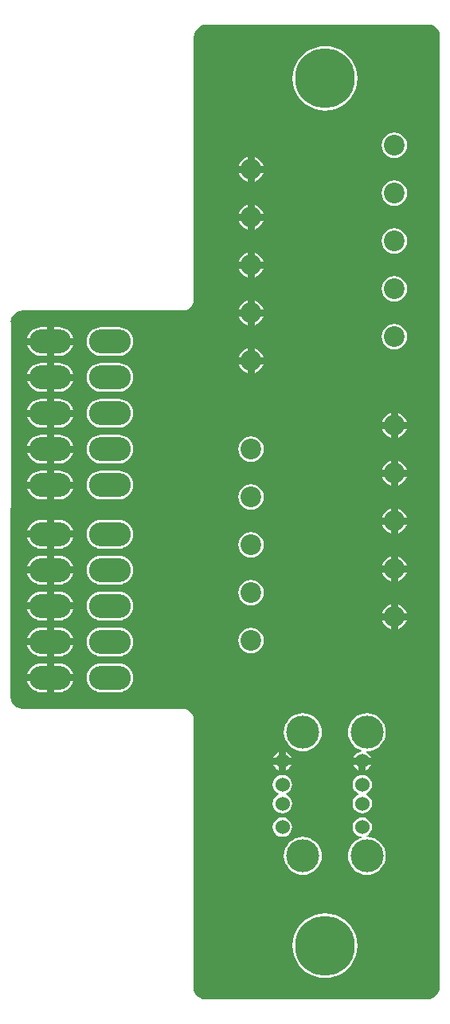
<source format=gbl>
%FSLAX24Y24*%
%MOIN*%
G70*
G01*
G75*
G04 Layer_Physical_Order=2*
G04 Layer_Color=16711680*
%ADD10C,0.0100*%
%ADD11C,0.0600*%
%ADD12C,0.1378*%
%ADD13C,0.2500*%
%ADD14O,0.1750X0.1000*%
%ADD15C,0.0866*%
G36*
X15850Y13250D02*
Y13250D01*
X15854Y13253D01*
X15967Y13238D01*
X16077Y13193D01*
X16171Y13121D01*
X16243Y13027D01*
X16288Y12917D01*
X16304Y12800D01*
X16300Y-26950D01*
X16300D01*
X16304Y-26955D01*
X16286Y-27094D01*
X16230Y-27227D01*
X16142Y-27342D01*
X16027Y-27430D01*
X15894Y-27486D01*
X15750Y-27505D01*
X6500Y-27500D01*
Y-27500D01*
X6496Y-27504D01*
X6369Y-27487D01*
X6248Y-27437D01*
X6143Y-27357D01*
X6063Y-27252D01*
X6013Y-27131D01*
X5996Y-27000D01*
X6000Y-15800D01*
X6004D01*
X5988Y-15683D01*
X5943Y-15573D01*
X5871Y-15479D01*
X5777Y-15407D01*
X5667Y-15362D01*
X5550Y-15346D01*
X-1150Y-15350D01*
X-1150Y-15350D01*
Y-15350D01*
X-1154Y-15354D01*
X-1281Y-15337D01*
X-1402Y-15287D01*
X-1507Y-15207D01*
X-1587Y-15102D01*
X-1637Y-14981D01*
X-1654Y-14850D01*
X-1650Y800D01*
X-1650D01*
X-1654Y804D01*
X-1637Y931D01*
X-1587Y1052D01*
X-1507Y1157D01*
X-1402Y1237D01*
X-1281Y1287D01*
X-1150Y1304D01*
X-750Y1300D01*
X5550D01*
Y1296D01*
X5667Y1312D01*
X5777Y1357D01*
X5871Y1429D01*
X5943Y1523D01*
X5988Y1633D01*
X6004Y1750D01*
X6000Y12700D01*
X6000Y12700D01*
X6000D01*
X5996Y12705D01*
X6014Y12844D01*
X6070Y12977D01*
X6158Y13092D01*
X6273Y13180D01*
X6406Y13236D01*
X6550Y13255D01*
X15850Y13250D01*
D02*
G37*
%LPC*%
G36*
X2875Y-8947D02*
X2125D01*
X2007Y-8959D01*
X1894Y-8993D01*
X1790Y-9049D01*
X1699Y-9124D01*
X1624Y-9215D01*
X1568Y-9319D01*
X1534Y-9432D01*
X1522Y-9550D01*
X1534Y-9668D01*
X1568Y-9781D01*
X1624Y-9885D01*
X1699Y-9976D01*
X1790Y-10051D01*
X1894Y-10107D01*
X2007Y-10141D01*
X2125Y-10153D01*
X2875D01*
X2993Y-10141D01*
X3106Y-10107D01*
X3210Y-10051D01*
X3301Y-9976D01*
X3376Y-9885D01*
X3432Y-9781D01*
X3466Y-9668D01*
X3478Y-9550D01*
X3466Y-9432D01*
X3432Y-9319D01*
X3376Y-9215D01*
X3301Y-9124D01*
X3210Y-9049D01*
X3106Y-8993D01*
X2993Y-8959D01*
X2875Y-8947D01*
D02*
G37*
G36*
X957Y-9700D02*
X150D01*
Y-10153D01*
X375D01*
X493Y-10141D01*
X606Y-10107D01*
X710Y-10051D01*
X801Y-9976D01*
X876Y-9885D01*
X932Y-9781D01*
X957Y-9700D01*
D02*
G37*
G36*
X14250Y-9650D02*
X13885D01*
X13934Y-9769D01*
X14020Y-9880D01*
X14131Y-9966D01*
X14250Y-10015D01*
Y-9650D01*
D02*
G37*
G36*
X375Y-8947D02*
X150D01*
Y-9400D01*
X957D01*
X932Y-9319D01*
X876Y-9215D01*
X801Y-9124D01*
X710Y-9049D01*
X606Y-8993D01*
X493Y-8959D01*
X375Y-8947D01*
D02*
G37*
G36*
X-150D02*
X-375D01*
X-493Y-8959D01*
X-606Y-8993D01*
X-710Y-9049D01*
X-801Y-9124D01*
X-876Y-9215D01*
X-932Y-9319D01*
X-957Y-9400D01*
X-150D01*
Y-8947D01*
D02*
G37*
G36*
X14915Y-9650D02*
X14550D01*
Y-10015D01*
X14669Y-9966D01*
X14780Y-9880D01*
X14866Y-9769D01*
X14915Y-9650D01*
D02*
G37*
G36*
X14550Y-10985D02*
Y-11350D01*
X14915D01*
X14866Y-11231D01*
X14780Y-11120D01*
X14669Y-11034D01*
X14550Y-10985D01*
D02*
G37*
G36*
X14250D02*
X14131Y-11034D01*
X14020Y-11120D01*
X13934Y-11231D01*
X13885Y-11350D01*
X14250D01*
Y-10985D01*
D02*
G37*
G36*
X2875Y-10447D02*
X2125D01*
X2007Y-10459D01*
X1894Y-10493D01*
X1790Y-10549D01*
X1699Y-10624D01*
X1624Y-10715D01*
X1568Y-10819D01*
X1534Y-10932D01*
X1522Y-11050D01*
X1534Y-11168D01*
X1568Y-11281D01*
X1624Y-11385D01*
X1699Y-11476D01*
X1790Y-11551D01*
X1894Y-11607D01*
X2007Y-11641D01*
X2125Y-11653D01*
X2875D01*
X2993Y-11641D01*
X3106Y-11607D01*
X3210Y-11551D01*
X3301Y-11476D01*
X3376Y-11385D01*
X3432Y-11281D01*
X3466Y-11168D01*
X3478Y-11050D01*
X3466Y-10932D01*
X3432Y-10819D01*
X3376Y-10715D01*
X3301Y-10624D01*
X3210Y-10549D01*
X3106Y-10493D01*
X2993Y-10459D01*
X2875Y-10447D01*
D02*
G37*
G36*
X8400Y-9962D02*
X8261Y-9981D01*
X8131Y-10034D01*
X8020Y-10120D01*
X7934Y-10231D01*
X7881Y-10361D01*
X7862Y-10500D01*
X7881Y-10639D01*
X7934Y-10769D01*
X8020Y-10880D01*
X8131Y-10966D01*
X8261Y-11019D01*
X8400Y-11038D01*
X8539Y-11019D01*
X8669Y-10966D01*
X8780Y-10880D01*
X8866Y-10769D01*
X8919Y-10639D01*
X8938Y-10500D01*
X8919Y-10361D01*
X8866Y-10231D01*
X8780Y-10120D01*
X8669Y-10034D01*
X8539Y-9981D01*
X8400Y-9962D01*
D02*
G37*
G36*
X-150Y-9700D02*
X-957D01*
X-932Y-9781D01*
X-876Y-9885D01*
X-801Y-9976D01*
X-710Y-10051D01*
X-606Y-10107D01*
X-493Y-10141D01*
X-375Y-10153D01*
X-150D01*
Y-9700D01*
D02*
G37*
G36*
X375Y-10447D02*
X150D01*
Y-10900D01*
X957D01*
X932Y-10819D01*
X876Y-10715D01*
X801Y-10624D01*
X710Y-10549D01*
X606Y-10493D01*
X493Y-10459D01*
X375Y-10447D01*
D02*
G37*
G36*
X-150D02*
X-375D01*
X-493Y-10459D01*
X-606Y-10493D01*
X-710Y-10549D01*
X-801Y-10624D01*
X-876Y-10715D01*
X-932Y-10819D01*
X-957Y-10900D01*
X-150D01*
Y-10447D01*
D02*
G37*
G36*
X14250Y-8985D02*
X14131Y-9034D01*
X14020Y-9120D01*
X13934Y-9231D01*
X13885Y-9350D01*
X14250D01*
Y-8985D01*
D02*
G37*
G36*
Y-6985D02*
X14131Y-7034D01*
X14020Y-7120D01*
X13934Y-7231D01*
X13885Y-7350D01*
X14250D01*
Y-6985D01*
D02*
G37*
G36*
X375Y-7447D02*
X150D01*
Y-7900D01*
X957D01*
X932Y-7819D01*
X876Y-7715D01*
X801Y-7624D01*
X710Y-7549D01*
X606Y-7493D01*
X493Y-7459D01*
X375Y-7447D01*
D02*
G37*
G36*
X-150D02*
X-375D01*
X-493Y-7459D01*
X-606Y-7493D01*
X-710Y-7549D01*
X-801Y-7624D01*
X-876Y-7715D01*
X-932Y-7819D01*
X-957Y-7900D01*
X-150D01*
Y-7447D01*
D02*
G37*
G36*
X14550Y-6985D02*
Y-7350D01*
X14915D01*
X14866Y-7231D01*
X14780Y-7120D01*
X14669Y-7034D01*
X14550Y-6985D01*
D02*
G37*
G36*
X957Y-6150D02*
X150D01*
Y-6603D01*
X375D01*
X493Y-6591D01*
X606Y-6557D01*
X710Y-6501D01*
X801Y-6426D01*
X876Y-6335D01*
X932Y-6231D01*
X957Y-6150D01*
D02*
G37*
G36*
X-150D02*
X-957D01*
X-932Y-6231D01*
X-876Y-6335D01*
X-801Y-6426D01*
X-710Y-6501D01*
X-606Y-6557D01*
X-493Y-6591D01*
X-375Y-6603D01*
X-150D01*
Y-6150D01*
D02*
G37*
G36*
X8400Y-5962D02*
X8261Y-5981D01*
X8131Y-6034D01*
X8020Y-6120D01*
X7934Y-6231D01*
X7881Y-6361D01*
X7862Y-6500D01*
X7881Y-6639D01*
X7934Y-6769D01*
X8020Y-6880D01*
X8131Y-6966D01*
X8261Y-7019D01*
X8400Y-7038D01*
X8539Y-7019D01*
X8669Y-6966D01*
X8780Y-6880D01*
X8866Y-6769D01*
X8919Y-6639D01*
X8938Y-6500D01*
X8919Y-6361D01*
X8866Y-6231D01*
X8780Y-6120D01*
X8669Y-6034D01*
X8539Y-5981D01*
X8400Y-5962D01*
D02*
G37*
G36*
X-150Y-8200D02*
X-957D01*
X-932Y-8281D01*
X-876Y-8385D01*
X-801Y-8476D01*
X-710Y-8551D01*
X-606Y-8607D01*
X-493Y-8641D01*
X-375Y-8653D01*
X-150D01*
Y-8200D01*
D02*
G37*
G36*
X8400Y-7962D02*
X8261Y-7981D01*
X8131Y-8034D01*
X8020Y-8120D01*
X7934Y-8231D01*
X7881Y-8361D01*
X7862Y-8500D01*
X7881Y-8639D01*
X7934Y-8769D01*
X8020Y-8880D01*
X8131Y-8966D01*
X8261Y-9019D01*
X8400Y-9038D01*
X8539Y-9019D01*
X8669Y-8966D01*
X8780Y-8880D01*
X8866Y-8769D01*
X8919Y-8639D01*
X8938Y-8500D01*
X8919Y-8361D01*
X8866Y-8231D01*
X8780Y-8120D01*
X8669Y-8034D01*
X8539Y-7981D01*
X8400Y-7962D01*
D02*
G37*
G36*
X14550Y-8985D02*
Y-9350D01*
X14915D01*
X14866Y-9231D01*
X14780Y-9120D01*
X14669Y-9034D01*
X14550Y-8985D01*
D02*
G37*
G36*
X957Y-8200D02*
X150D01*
Y-8653D01*
X375D01*
X493Y-8641D01*
X606Y-8607D01*
X710Y-8551D01*
X801Y-8476D01*
X876Y-8385D01*
X932Y-8281D01*
X957Y-8200D01*
D02*
G37*
G36*
X14915Y-7650D02*
X14550D01*
Y-8015D01*
X14669Y-7966D01*
X14780Y-7880D01*
X14866Y-7769D01*
X14915Y-7650D01*
D02*
G37*
G36*
X14250D02*
X13885D01*
X13934Y-7769D01*
X14020Y-7880D01*
X14131Y-7966D01*
X14250Y-8015D01*
Y-7650D01*
D02*
G37*
G36*
X2875Y-7447D02*
X2125D01*
X2007Y-7459D01*
X1894Y-7493D01*
X1790Y-7549D01*
X1699Y-7624D01*
X1624Y-7715D01*
X1568Y-7819D01*
X1534Y-7932D01*
X1522Y-8050D01*
X1534Y-8168D01*
X1568Y-8281D01*
X1624Y-8385D01*
X1699Y-8476D01*
X1790Y-8551D01*
X1894Y-8607D01*
X2007Y-8641D01*
X2125Y-8653D01*
X2875D01*
X2993Y-8641D01*
X3106Y-8607D01*
X3210Y-8551D01*
X3301Y-8476D01*
X3376Y-8385D01*
X3432Y-8281D01*
X3466Y-8168D01*
X3478Y-8050D01*
X3466Y-7932D01*
X3432Y-7819D01*
X3376Y-7715D01*
X3301Y-7624D01*
X3210Y-7549D01*
X3106Y-7493D01*
X2993Y-7459D01*
X2875Y-7447D01*
D02*
G37*
G36*
X957Y-11200D02*
X150D01*
Y-11653D01*
X375D01*
X493Y-11641D01*
X606Y-11607D01*
X710Y-11551D01*
X801Y-11476D01*
X876Y-11385D01*
X932Y-11281D01*
X957Y-11200D01*
D02*
G37*
G36*
X13432Y-17687D02*
X13211D01*
Y-17908D01*
X13263Y-17887D01*
X13346Y-17823D01*
X13410Y-17739D01*
X13432Y-17687D01*
D02*
G37*
G36*
X12911D02*
X12690D01*
X12712Y-17739D01*
X12776Y-17823D01*
X12859Y-17887D01*
X12911Y-17908D01*
Y-17687D01*
D02*
G37*
G36*
X10085D02*
X9865D01*
Y-17908D01*
X9916Y-17887D01*
X10000Y-17823D01*
X10064Y-17739D01*
X10085Y-17687D01*
D02*
G37*
G36*
X9565Y-17167D02*
X9513Y-17188D01*
X9429Y-17252D01*
X9365Y-17336D01*
X9344Y-17387D01*
X9565D01*
Y-17167D01*
D02*
G37*
G36*
X13250Y-15538D02*
X13095Y-15553D01*
X12947Y-15598D01*
X12810Y-15672D01*
X12689Y-15770D01*
X12591Y-15890D01*
X12518Y-16027D01*
X12472Y-16176D01*
X12457Y-16331D01*
X12472Y-16485D01*
X12518Y-16634D01*
X12591Y-16771D01*
X12689Y-16891D01*
X12810Y-16990D01*
X12947Y-17063D01*
X13031Y-17089D01*
X13027Y-17138D01*
X12957Y-17148D01*
X12859Y-17188D01*
X12776Y-17252D01*
X12712Y-17336D01*
X12690Y-17387D01*
X13432D01*
X13410Y-17336D01*
X13346Y-17252D01*
X13263Y-17188D01*
X13220Y-17170D01*
X13232Y-17122D01*
X13250Y-17124D01*
X13405Y-17108D01*
X13553Y-17063D01*
X13690Y-16990D01*
X13811Y-16891D01*
X13909Y-16771D01*
X13982Y-16634D01*
X14028Y-16485D01*
X14043Y-16331D01*
X14028Y-16176D01*
X13982Y-16027D01*
X13909Y-15890D01*
X13811Y-15770D01*
X13690Y-15672D01*
X13553Y-15598D01*
X13405Y-15553D01*
X13250Y-15538D01*
D02*
G37*
G36*
X10573D02*
X10418Y-15553D01*
X10269Y-15598D01*
X10132Y-15672D01*
X10012Y-15770D01*
X9914Y-15890D01*
X9840Y-16027D01*
X9795Y-16176D01*
X9780Y-16331D01*
X9795Y-16485D01*
X9840Y-16634D01*
X9914Y-16771D01*
X10012Y-16891D01*
X10132Y-16990D01*
X10269Y-17063D01*
X10418Y-17108D01*
X10573Y-17124D01*
X10727Y-17108D01*
X10876Y-17063D01*
X11013Y-16990D01*
X11133Y-16891D01*
X11232Y-16771D01*
X11305Y-16634D01*
X11350Y-16485D01*
X11366Y-16331D01*
X11350Y-16176D01*
X11305Y-16027D01*
X11232Y-15890D01*
X11133Y-15770D01*
X11013Y-15672D01*
X10876Y-15598D01*
X10727Y-15553D01*
X10573Y-15538D01*
D02*
G37*
G36*
X9865Y-17167D02*
Y-17387D01*
X10085D01*
X10064Y-17336D01*
X10000Y-17252D01*
X9916Y-17188D01*
X9865Y-17167D01*
D02*
G37*
G36*
X13061Y-19890D02*
X12957Y-19904D01*
X12859Y-19944D01*
X12776Y-20008D01*
X12712Y-20092D01*
X12671Y-20189D01*
X12658Y-20293D01*
X12671Y-20398D01*
X12712Y-20495D01*
X12776Y-20579D01*
X12859Y-20643D01*
X12957Y-20683D01*
X13027Y-20692D01*
X13031Y-20742D01*
X12947Y-20768D01*
X12810Y-20841D01*
X12689Y-20939D01*
X12591Y-21060D01*
X12518Y-21197D01*
X12472Y-21345D01*
X12457Y-21500D01*
X12472Y-21655D01*
X12518Y-21803D01*
X12591Y-21940D01*
X12689Y-22061D01*
X12810Y-22159D01*
X12947Y-22232D01*
X13095Y-22278D01*
X13250Y-22293D01*
X13405Y-22278D01*
X13553Y-22232D01*
X13690Y-22159D01*
X13811Y-22061D01*
X13909Y-21940D01*
X13982Y-21803D01*
X14028Y-21655D01*
X14043Y-21500D01*
X14028Y-21345D01*
X13982Y-21197D01*
X13909Y-21060D01*
X13811Y-20939D01*
X13690Y-20841D01*
X13553Y-20768D01*
X13405Y-20722D01*
X13250Y-20707D01*
X13232Y-20709D01*
X13220Y-20660D01*
X13263Y-20643D01*
X13346Y-20579D01*
X13410Y-20495D01*
X13451Y-20398D01*
X13464Y-20293D01*
X13451Y-20189D01*
X13410Y-20092D01*
X13346Y-20008D01*
X13263Y-19944D01*
X13165Y-19904D01*
X13061Y-19890D01*
D02*
G37*
G36*
X10573Y-20707D02*
X10418Y-20722D01*
X10269Y-20768D01*
X10132Y-20841D01*
X10012Y-20939D01*
X9914Y-21060D01*
X9840Y-21197D01*
X9795Y-21345D01*
X9780Y-21500D01*
X9795Y-21655D01*
X9840Y-21803D01*
X9914Y-21940D01*
X10012Y-22061D01*
X10132Y-22159D01*
X10269Y-22232D01*
X10418Y-22278D01*
X10573Y-22293D01*
X10727Y-22278D01*
X10876Y-22232D01*
X11013Y-22159D01*
X11133Y-22061D01*
X11232Y-21940D01*
X11305Y-21803D01*
X11350Y-21655D01*
X11366Y-21500D01*
X11350Y-21345D01*
X11305Y-21197D01*
X11232Y-21060D01*
X11133Y-20939D01*
X11013Y-20841D01*
X10876Y-20768D01*
X10727Y-20722D01*
X10573Y-20707D01*
D02*
G37*
G36*
X11500Y-23896D02*
X11288Y-23912D01*
X11082Y-23962D01*
X10885Y-24043D01*
X10704Y-24154D01*
X10542Y-24292D01*
X10404Y-24454D01*
X10293Y-24635D01*
X10212Y-24832D01*
X10163Y-25038D01*
X10146Y-25250D01*
X10163Y-25462D01*
X10212Y-25668D01*
X10293Y-25865D01*
X10404Y-26046D01*
X10542Y-26208D01*
X10704Y-26346D01*
X10885Y-26457D01*
X11082Y-26538D01*
X11288Y-26588D01*
X11500Y-26604D01*
X11712Y-26588D01*
X11918Y-26538D01*
X12115Y-26457D01*
X12296Y-26346D01*
X12458Y-26208D01*
X12596Y-26046D01*
X12707Y-25865D01*
X12788Y-25668D01*
X12838Y-25462D01*
X12854Y-25250D01*
X12838Y-25038D01*
X12788Y-24832D01*
X12707Y-24635D01*
X12596Y-24454D01*
X12458Y-24292D01*
X12296Y-24154D01*
X12115Y-24043D01*
X11918Y-23962D01*
X11712Y-23912D01*
X11500Y-23896D01*
D02*
G37*
G36*
X9715Y-19890D02*
X9610Y-19904D01*
X9513Y-19944D01*
X9429Y-20008D01*
X9365Y-20092D01*
X9325Y-20189D01*
X9311Y-20293D01*
X9325Y-20398D01*
X9365Y-20495D01*
X9429Y-20579D01*
X9513Y-20643D01*
X9610Y-20683D01*
X9715Y-20697D01*
X9819Y-20683D01*
X9916Y-20643D01*
X10000Y-20579D01*
X10064Y-20495D01*
X10104Y-20398D01*
X10118Y-20293D01*
X10104Y-20189D01*
X10064Y-20092D01*
X10000Y-20008D01*
X9916Y-19944D01*
X9819Y-19904D01*
X9715Y-19890D01*
D02*
G37*
G36*
X9565Y-17687D02*
X9344D01*
X9365Y-17739D01*
X9429Y-17823D01*
X9513Y-17887D01*
X9565Y-17908D01*
Y-17687D01*
D02*
G37*
G36*
X13061Y-18118D02*
X12957Y-18132D01*
X12859Y-18172D01*
X12776Y-18236D01*
X12712Y-18320D01*
X12671Y-18417D01*
X12658Y-18522D01*
X12671Y-18626D01*
X12712Y-18723D01*
X12776Y-18807D01*
X12859Y-18871D01*
X12906Y-18890D01*
Y-18940D01*
X12859Y-18960D01*
X12776Y-19024D01*
X12712Y-19107D01*
X12671Y-19205D01*
X12658Y-19309D01*
X12671Y-19413D01*
X12712Y-19511D01*
X12776Y-19594D01*
X12859Y-19658D01*
X12957Y-19699D01*
X13061Y-19713D01*
X13165Y-19699D01*
X13263Y-19658D01*
X13346Y-19594D01*
X13410Y-19511D01*
X13451Y-19413D01*
X13464Y-19309D01*
X13451Y-19205D01*
X13410Y-19107D01*
X13346Y-19024D01*
X13263Y-18960D01*
X13216Y-18940D01*
Y-18890D01*
X13263Y-18871D01*
X13346Y-18807D01*
X13410Y-18723D01*
X13451Y-18626D01*
X13464Y-18522D01*
X13451Y-18417D01*
X13410Y-18320D01*
X13346Y-18236D01*
X13263Y-18172D01*
X13165Y-18132D01*
X13061Y-18118D01*
D02*
G37*
G36*
X9715D02*
X9610Y-18132D01*
X9513Y-18172D01*
X9429Y-18236D01*
X9365Y-18320D01*
X9325Y-18417D01*
X9311Y-18522D01*
X9325Y-18626D01*
X9365Y-18723D01*
X9429Y-18807D01*
X9513Y-18871D01*
X9559Y-18890D01*
Y-18940D01*
X9513Y-18960D01*
X9429Y-19024D01*
X9365Y-19107D01*
X9325Y-19205D01*
X9311Y-19309D01*
X9325Y-19413D01*
X9365Y-19511D01*
X9429Y-19594D01*
X9513Y-19658D01*
X9610Y-19699D01*
X9715Y-19713D01*
X9819Y-19699D01*
X9916Y-19658D01*
X10000Y-19594D01*
X10064Y-19511D01*
X10104Y-19413D01*
X10118Y-19309D01*
X10104Y-19205D01*
X10064Y-19107D01*
X10000Y-19024D01*
X9916Y-18960D01*
X9870Y-18940D01*
Y-18890D01*
X9916Y-18871D01*
X10000Y-18807D01*
X10064Y-18723D01*
X10104Y-18626D01*
X10118Y-18522D01*
X10104Y-18417D01*
X10064Y-18320D01*
X10000Y-18236D01*
X9916Y-18172D01*
X9819Y-18132D01*
X9715Y-18118D01*
D02*
G37*
G36*
X-150Y-11947D02*
X-375D01*
X-493Y-11959D01*
X-606Y-11993D01*
X-710Y-12049D01*
X-801Y-12124D01*
X-876Y-12215D01*
X-932Y-12319D01*
X-957Y-12400D01*
X-150D01*
Y-11947D01*
D02*
G37*
G36*
X8400Y-11962D02*
X8261Y-11981D01*
X8131Y-12034D01*
X8020Y-12120D01*
X7934Y-12231D01*
X7881Y-12361D01*
X7862Y-12500D01*
X7881Y-12639D01*
X7934Y-12769D01*
X8020Y-12880D01*
X8131Y-12966D01*
X8261Y-13019D01*
X8400Y-13038D01*
X8539Y-13019D01*
X8669Y-12966D01*
X8780Y-12880D01*
X8866Y-12769D01*
X8919Y-12639D01*
X8938Y-12500D01*
X8919Y-12361D01*
X8866Y-12231D01*
X8780Y-12120D01*
X8669Y-12034D01*
X8539Y-11981D01*
X8400Y-11962D01*
D02*
G37*
G36*
X2875Y-11947D02*
X2125D01*
X2007Y-11959D01*
X1894Y-11993D01*
X1790Y-12049D01*
X1699Y-12124D01*
X1624Y-12215D01*
X1568Y-12319D01*
X1534Y-12432D01*
X1522Y-12550D01*
X1534Y-12668D01*
X1568Y-12781D01*
X1624Y-12885D01*
X1699Y-12976D01*
X1790Y-13051D01*
X1894Y-13107D01*
X2007Y-13141D01*
X2125Y-13153D01*
X2875D01*
X2993Y-13141D01*
X3106Y-13107D01*
X3210Y-13051D01*
X3301Y-12976D01*
X3376Y-12885D01*
X3432Y-12781D01*
X3466Y-12668D01*
X3478Y-12550D01*
X3466Y-12432D01*
X3432Y-12319D01*
X3376Y-12215D01*
X3301Y-12124D01*
X3210Y-12049D01*
X3106Y-11993D01*
X2993Y-11959D01*
X2875Y-11947D01*
D02*
G37*
G36*
X375D02*
X150D01*
Y-12400D01*
X957D01*
X932Y-12319D01*
X876Y-12215D01*
X801Y-12124D01*
X710Y-12049D01*
X606Y-11993D01*
X493Y-11959D01*
X375Y-11947D01*
D02*
G37*
G36*
X-150Y-11200D02*
X-957D01*
X-932Y-11281D01*
X-876Y-11385D01*
X-801Y-11476D01*
X-710Y-11551D01*
X-606Y-11607D01*
X-493Y-11641D01*
X-375Y-11653D01*
X-150D01*
Y-11200D01*
D02*
G37*
G36*
X14915Y-11650D02*
X14550D01*
Y-12015D01*
X14669Y-11966D01*
X14780Y-11880D01*
X14866Y-11769D01*
X14915Y-11650D01*
D02*
G37*
G36*
X14250D02*
X13885D01*
X13934Y-11769D01*
X14020Y-11880D01*
X14131Y-11966D01*
X14250Y-12015D01*
Y-11650D01*
D02*
G37*
G36*
X2875Y-13447D02*
X2125D01*
X2007Y-13459D01*
X1894Y-13493D01*
X1790Y-13549D01*
X1699Y-13624D01*
X1624Y-13715D01*
X1568Y-13819D01*
X1534Y-13932D01*
X1522Y-14050D01*
X1534Y-14168D01*
X1568Y-14281D01*
X1624Y-14385D01*
X1699Y-14476D01*
X1790Y-14551D01*
X1894Y-14607D01*
X2007Y-14641D01*
X2125Y-14653D01*
X2875D01*
X2993Y-14641D01*
X3106Y-14607D01*
X3210Y-14551D01*
X3301Y-14476D01*
X3376Y-14385D01*
X3432Y-14281D01*
X3466Y-14168D01*
X3478Y-14050D01*
X3466Y-13932D01*
X3432Y-13819D01*
X3376Y-13715D01*
X3301Y-13624D01*
X3210Y-13549D01*
X3106Y-13493D01*
X2993Y-13459D01*
X2875Y-13447D01*
D02*
G37*
G36*
X957Y-14200D02*
X150D01*
Y-14653D01*
X375D01*
X493Y-14641D01*
X606Y-14607D01*
X710Y-14551D01*
X801Y-14476D01*
X876Y-14385D01*
X932Y-14281D01*
X957Y-14200D01*
D02*
G37*
G36*
X-150D02*
X-957D01*
X-932Y-14281D01*
X-876Y-14385D01*
X-801Y-14476D01*
X-710Y-14551D01*
X-606Y-14607D01*
X-493Y-14641D01*
X-375Y-14653D01*
X-150D01*
Y-14200D01*
D02*
G37*
G36*
Y-13447D02*
X-375D01*
X-493Y-13459D01*
X-606Y-13493D01*
X-710Y-13549D01*
X-801Y-13624D01*
X-876Y-13715D01*
X-932Y-13819D01*
X-957Y-13900D01*
X-150D01*
Y-13447D01*
D02*
G37*
G36*
X957Y-12700D02*
X150D01*
Y-13153D01*
X375D01*
X493Y-13141D01*
X606Y-13107D01*
X710Y-13051D01*
X801Y-12976D01*
X876Y-12885D01*
X932Y-12781D01*
X957Y-12700D01*
D02*
G37*
G36*
X-150D02*
X-957D01*
X-932Y-12781D01*
X-876Y-12885D01*
X-801Y-12976D01*
X-710Y-13051D01*
X-606Y-13107D01*
X-493Y-13141D01*
X-375Y-13153D01*
X-150D01*
Y-12700D01*
D02*
G37*
G36*
X375Y-13447D02*
X150D01*
Y-13900D01*
X957D01*
X932Y-13819D01*
X876Y-13715D01*
X801Y-13624D01*
X710Y-13549D01*
X606Y-13493D01*
X493Y-13459D01*
X375Y-13447D01*
D02*
G37*
G36*
X2875Y-5397D02*
X2125D01*
X2007Y-5409D01*
X1894Y-5443D01*
X1790Y-5499D01*
X1699Y-5574D01*
X1624Y-5665D01*
X1568Y-5769D01*
X1534Y-5882D01*
X1522Y-6000D01*
X1534Y-6118D01*
X1568Y-6231D01*
X1624Y-6335D01*
X1699Y-6426D01*
X1790Y-6501D01*
X1894Y-6557D01*
X2007Y-6591D01*
X2125Y-6603D01*
X2875D01*
X2993Y-6591D01*
X3106Y-6557D01*
X3210Y-6501D01*
X3301Y-6426D01*
X3376Y-6335D01*
X3432Y-6231D01*
X3466Y-6118D01*
X3478Y-6000D01*
X3466Y-5882D01*
X3432Y-5769D01*
X3376Y-5665D01*
X3301Y-5574D01*
X3210Y-5499D01*
X3106Y-5443D01*
X2993Y-5409D01*
X2875Y-5397D01*
D02*
G37*
G36*
X8250Y1715D02*
X8131Y1666D01*
X8020Y1580D01*
X7934Y1469D01*
X7885Y1350D01*
X8250D01*
Y1715D01*
D02*
G37*
G36*
X8915Y1050D02*
X8550D01*
Y685D01*
X8669Y734D01*
X8780Y820D01*
X8866Y931D01*
X8915Y1050D01*
D02*
G37*
G36*
X8250D02*
X7885D01*
X7934Y931D01*
X8020Y820D01*
X8131Y734D01*
X8250Y685D01*
Y1050D01*
D02*
G37*
G36*
X8550Y1715D02*
Y1350D01*
X8915D01*
X8866Y1469D01*
X8780Y1580D01*
X8669Y1666D01*
X8550Y1715D01*
D02*
G37*
G36*
X8915Y3050D02*
X8550D01*
Y2685D01*
X8669Y2734D01*
X8780Y2820D01*
X8866Y2931D01*
X8915Y3050D01*
D02*
G37*
G36*
X8250D02*
X7885D01*
X7934Y2931D01*
X8020Y2820D01*
X8131Y2734D01*
X8250Y2685D01*
Y3050D01*
D02*
G37*
G36*
X14400Y2738D02*
X14261Y2719D01*
X14131Y2666D01*
X14020Y2580D01*
X13934Y2469D01*
X13881Y2339D01*
X13862Y2200D01*
X13881Y2061D01*
X13934Y1931D01*
X14020Y1820D01*
X14131Y1734D01*
X14261Y1681D01*
X14400Y1662D01*
X14539Y1681D01*
X14669Y1734D01*
X14780Y1820D01*
X14866Y1931D01*
X14919Y2061D01*
X14938Y2200D01*
X14919Y2339D01*
X14866Y2469D01*
X14780Y2580D01*
X14669Y2666D01*
X14539Y2719D01*
X14400Y2738D01*
D02*
G37*
G36*
X957Y-150D02*
X150D01*
Y-603D01*
X375D01*
X493Y-591D01*
X606Y-557D01*
X710Y-501D01*
X801Y-426D01*
X876Y-335D01*
X932Y-231D01*
X957Y-150D01*
D02*
G37*
G36*
X-150D02*
X-957D01*
X-932Y-231D01*
X-876Y-335D01*
X-801Y-426D01*
X-710Y-501D01*
X-606Y-557D01*
X-493Y-591D01*
X-375Y-603D01*
X-150D01*
Y-150D01*
D02*
G37*
G36*
X8550Y-285D02*
Y-650D01*
X8915D01*
X8866Y-531D01*
X8780Y-420D01*
X8669Y-334D01*
X8550Y-285D01*
D02*
G37*
G36*
X2875Y603D02*
X2125D01*
X2007Y591D01*
X1894Y557D01*
X1790Y501D01*
X1699Y426D01*
X1624Y335D01*
X1568Y231D01*
X1534Y118D01*
X1522Y0D01*
X1534Y-118D01*
X1568Y-231D01*
X1624Y-335D01*
X1699Y-426D01*
X1790Y-501D01*
X1894Y-557D01*
X2007Y-591D01*
X2125Y-603D01*
X2875D01*
X2993Y-591D01*
X3106Y-557D01*
X3210Y-501D01*
X3301Y-426D01*
X3376Y-335D01*
X3432Y-231D01*
X3466Y-118D01*
X3478Y0D01*
X3466Y118D01*
X3432Y231D01*
X3376Y335D01*
X3301Y426D01*
X3210Y501D01*
X3106Y557D01*
X2993Y591D01*
X2875Y603D01*
D02*
G37*
G36*
X375D02*
X150D01*
Y150D01*
X957D01*
X932Y231D01*
X876Y335D01*
X801Y426D01*
X710Y501D01*
X606Y557D01*
X493Y591D01*
X375Y603D01*
D02*
G37*
G36*
X-150D02*
X-375D01*
X-493Y591D01*
X-606Y557D01*
X-710Y501D01*
X-801Y426D01*
X-876Y335D01*
X-932Y231D01*
X-957Y150D01*
X-150D01*
Y603D01*
D02*
G37*
G36*
X14400Y738D02*
X14261Y719D01*
X14131Y666D01*
X14020Y580D01*
X13934Y469D01*
X13881Y339D01*
X13862Y200D01*
X13881Y61D01*
X13934Y-69D01*
X14020Y-180D01*
X14131Y-266D01*
X14261Y-319D01*
X14400Y-338D01*
X14539Y-319D01*
X14669Y-266D01*
X14780Y-180D01*
X14866Y-69D01*
X14919Y61D01*
X14938Y200D01*
X14919Y339D01*
X14866Y469D01*
X14780Y580D01*
X14669Y666D01*
X14539Y719D01*
X14400Y738D01*
D02*
G37*
G36*
X8915Y7050D02*
X8550D01*
Y6685D01*
X8669Y6734D01*
X8780Y6820D01*
X8866Y6931D01*
X8915Y7050D01*
D02*
G37*
G36*
X8250D02*
X7885D01*
X7934Y6931D01*
X8020Y6820D01*
X8131Y6734D01*
X8250Y6685D01*
Y7050D01*
D02*
G37*
G36*
X14400Y6738D02*
X14261Y6719D01*
X14131Y6666D01*
X14020Y6580D01*
X13934Y6469D01*
X13881Y6339D01*
X13862Y6200D01*
X13881Y6061D01*
X13934Y5931D01*
X14020Y5820D01*
X14131Y5734D01*
X14261Y5681D01*
X14400Y5662D01*
X14539Y5681D01*
X14669Y5734D01*
X14780Y5820D01*
X14866Y5931D01*
X14919Y6061D01*
X14938Y6200D01*
X14919Y6339D01*
X14866Y6469D01*
X14780Y6580D01*
X14669Y6666D01*
X14539Y6719D01*
X14400Y6738D01*
D02*
G37*
G36*
X8250Y7715D02*
X8131Y7666D01*
X8020Y7580D01*
X7934Y7469D01*
X7885Y7350D01*
X8250D01*
Y7715D01*
D02*
G37*
G36*
X11500Y12354D02*
X11288Y12337D01*
X11082Y12288D01*
X10885Y12207D01*
X10704Y12096D01*
X10542Y11958D01*
X10404Y11796D01*
X10293Y11615D01*
X10212Y11418D01*
X10163Y11212D01*
X10146Y11000D01*
X10163Y10788D01*
X10212Y10582D01*
X10293Y10385D01*
X10404Y10204D01*
X10542Y10042D01*
X10704Y9904D01*
X10885Y9793D01*
X11082Y9712D01*
X11288Y9663D01*
X11500Y9646D01*
X11712Y9663D01*
X11918Y9712D01*
X12115Y9793D01*
X12296Y9904D01*
X12458Y10042D01*
X12596Y10204D01*
X12707Y10385D01*
X12788Y10582D01*
X12838Y10788D01*
X12854Y11000D01*
X12838Y11212D01*
X12788Y11418D01*
X12707Y11615D01*
X12596Y11796D01*
X12458Y11958D01*
X12296Y12096D01*
X12115Y12207D01*
X11918Y12288D01*
X11712Y12337D01*
X11500Y12354D01*
D02*
G37*
G36*
X14400Y8738D02*
X14261Y8719D01*
X14131Y8666D01*
X14020Y8580D01*
X13934Y8469D01*
X13881Y8339D01*
X13862Y8200D01*
X13881Y8061D01*
X13934Y7931D01*
X14020Y7820D01*
X14131Y7734D01*
X14261Y7681D01*
X14400Y7662D01*
X14539Y7681D01*
X14669Y7734D01*
X14780Y7820D01*
X14866Y7931D01*
X14919Y8061D01*
X14938Y8200D01*
X14919Y8339D01*
X14866Y8469D01*
X14780Y8580D01*
X14669Y8666D01*
X14539Y8719D01*
X14400Y8738D01*
D02*
G37*
G36*
X8550Y7715D02*
Y7350D01*
X8915D01*
X8866Y7469D01*
X8780Y7580D01*
X8669Y7666D01*
X8550Y7715D01*
D02*
G37*
G36*
X14400Y4738D02*
X14261Y4719D01*
X14131Y4666D01*
X14020Y4580D01*
X13934Y4469D01*
X13881Y4339D01*
X13862Y4200D01*
X13881Y4061D01*
X13934Y3931D01*
X14020Y3820D01*
X14131Y3734D01*
X14261Y3681D01*
X14400Y3662D01*
X14539Y3681D01*
X14669Y3734D01*
X14780Y3820D01*
X14866Y3931D01*
X14919Y4061D01*
X14938Y4200D01*
X14919Y4339D01*
X14866Y4469D01*
X14780Y4580D01*
X14669Y4666D01*
X14539Y4719D01*
X14400Y4738D01*
D02*
G37*
G36*
X8550Y3715D02*
Y3350D01*
X8915D01*
X8866Y3469D01*
X8780Y3580D01*
X8669Y3666D01*
X8550Y3715D01*
D02*
G37*
G36*
X8250D02*
X8131Y3666D01*
X8020Y3580D01*
X7934Y3469D01*
X7885Y3350D01*
X8250D01*
Y3715D01*
D02*
G37*
G36*
Y5050D02*
X7885D01*
X7934Y4931D01*
X8020Y4820D01*
X8131Y4734D01*
X8250Y4685D01*
Y5050D01*
D02*
G37*
G36*
X8550Y5715D02*
Y5350D01*
X8915D01*
X8866Y5469D01*
X8780Y5580D01*
X8669Y5666D01*
X8550Y5715D01*
D02*
G37*
G36*
X8250D02*
X8131Y5666D01*
X8020Y5580D01*
X7934Y5469D01*
X7885Y5350D01*
X8250D01*
Y5715D01*
D02*
G37*
G36*
X8915Y5050D02*
X8550D01*
Y4685D01*
X8669Y4734D01*
X8780Y4820D01*
X8866Y4931D01*
X8915Y5050D01*
D02*
G37*
G36*
X8250Y-285D02*
X8131Y-334D01*
X8020Y-420D01*
X7934Y-531D01*
X7885Y-650D01*
X8250D01*
Y-285D01*
D02*
G37*
G36*
X8400Y-3962D02*
X8261Y-3981D01*
X8131Y-4034D01*
X8020Y-4120D01*
X7934Y-4231D01*
X7881Y-4361D01*
X7862Y-4500D01*
X7881Y-4639D01*
X7934Y-4769D01*
X8020Y-4880D01*
X8131Y-4966D01*
X8261Y-5019D01*
X8400Y-5038D01*
X8539Y-5019D01*
X8669Y-4966D01*
X8780Y-4880D01*
X8866Y-4769D01*
X8919Y-4639D01*
X8938Y-4500D01*
X8919Y-4361D01*
X8866Y-4231D01*
X8780Y-4120D01*
X8669Y-4034D01*
X8539Y-3981D01*
X8400Y-3962D01*
D02*
G37*
G36*
X2875Y-3897D02*
X2125D01*
X2007Y-3909D01*
X1894Y-3943D01*
X1790Y-3999D01*
X1699Y-4074D01*
X1624Y-4165D01*
X1568Y-4269D01*
X1534Y-4382D01*
X1522Y-4500D01*
X1534Y-4618D01*
X1568Y-4731D01*
X1624Y-4835D01*
X1699Y-4926D01*
X1790Y-5001D01*
X1894Y-5057D01*
X2007Y-5091D01*
X2125Y-5103D01*
X2875D01*
X2993Y-5091D01*
X3106Y-5057D01*
X3210Y-5001D01*
X3301Y-4926D01*
X3376Y-4835D01*
X3432Y-4731D01*
X3466Y-4618D01*
X3478Y-4500D01*
X3466Y-4382D01*
X3432Y-4269D01*
X3376Y-4165D01*
X3301Y-4074D01*
X3210Y-3999D01*
X3106Y-3943D01*
X2993Y-3909D01*
X2875Y-3897D01*
D02*
G37*
G36*
X957Y-4650D02*
X150D01*
Y-5103D01*
X375D01*
X493Y-5091D01*
X606Y-5057D01*
X710Y-5001D01*
X801Y-4926D01*
X876Y-4835D01*
X932Y-4731D01*
X957Y-4650D01*
D02*
G37*
G36*
X-150Y-3897D02*
X-375D01*
X-493Y-3909D01*
X-606Y-3943D01*
X-710Y-3999D01*
X-801Y-4074D01*
X-876Y-4165D01*
X-932Y-4269D01*
X-957Y-4350D01*
X-150D01*
Y-3897D01*
D02*
G37*
G36*
X14915Y-3650D02*
X14550D01*
Y-4015D01*
X14669Y-3966D01*
X14780Y-3880D01*
X14866Y-3769D01*
X14915Y-3650D01*
D02*
G37*
G36*
X14250D02*
X13885D01*
X13934Y-3769D01*
X14020Y-3880D01*
X14131Y-3966D01*
X14250Y-4015D01*
Y-3650D01*
D02*
G37*
G36*
X375Y-3897D02*
X150D01*
Y-4350D01*
X957D01*
X932Y-4269D01*
X876Y-4165D01*
X801Y-4074D01*
X710Y-3999D01*
X606Y-3943D01*
X493Y-3909D01*
X375Y-3897D01*
D02*
G37*
G36*
X-150Y-5397D02*
X-375D01*
X-493Y-5409D01*
X-606Y-5443D01*
X-710Y-5499D01*
X-801Y-5574D01*
X-876Y-5665D01*
X-932Y-5769D01*
X-957Y-5850D01*
X-150D01*
Y-5397D01*
D02*
G37*
G36*
X14915Y-5650D02*
X14550D01*
Y-6015D01*
X14669Y-5966D01*
X14780Y-5880D01*
X14866Y-5769D01*
X14915Y-5650D01*
D02*
G37*
G36*
X14250D02*
X13885D01*
X13934Y-5769D01*
X14020Y-5880D01*
X14131Y-5966D01*
X14250Y-6015D01*
Y-5650D01*
D02*
G37*
G36*
X375Y-5397D02*
X150D01*
Y-5850D01*
X957D01*
X932Y-5769D01*
X876Y-5665D01*
X801Y-5574D01*
X710Y-5499D01*
X606Y-5443D01*
X493Y-5409D01*
X375Y-5397D01*
D02*
G37*
G36*
X-150Y-4650D02*
X-957D01*
X-932Y-4731D01*
X-876Y-4835D01*
X-801Y-4926D01*
X-710Y-5001D01*
X-606Y-5057D01*
X-493Y-5091D01*
X-375Y-5103D01*
X-150D01*
Y-4650D01*
D02*
G37*
G36*
X14550Y-4985D02*
Y-5350D01*
X14915D01*
X14866Y-5231D01*
X14780Y-5120D01*
X14669Y-5034D01*
X14550Y-4985D01*
D02*
G37*
G36*
X14250D02*
X14131Y-5034D01*
X14020Y-5120D01*
X13934Y-5231D01*
X13885Y-5350D01*
X14250D01*
Y-4985D01*
D02*
G37*
G36*
X2875Y-897D02*
X2125D01*
X2007Y-909D01*
X1894Y-943D01*
X1790Y-999D01*
X1699Y-1074D01*
X1624Y-1165D01*
X1568Y-1269D01*
X1534Y-1382D01*
X1522Y-1500D01*
X1534Y-1618D01*
X1568Y-1731D01*
X1624Y-1835D01*
X1699Y-1926D01*
X1790Y-2001D01*
X1894Y-2057D01*
X2007Y-2091D01*
X2125Y-2103D01*
X2875D01*
X2993Y-2091D01*
X3106Y-2057D01*
X3210Y-2001D01*
X3301Y-1926D01*
X3376Y-1835D01*
X3432Y-1731D01*
X3466Y-1618D01*
X3478Y-1500D01*
X3466Y-1382D01*
X3432Y-1269D01*
X3376Y-1165D01*
X3301Y-1074D01*
X3210Y-999D01*
X3106Y-943D01*
X2993Y-909D01*
X2875Y-897D01*
D02*
G37*
G36*
X957Y-1650D02*
X150D01*
Y-2103D01*
X375D01*
X493Y-2091D01*
X606Y-2057D01*
X710Y-2001D01*
X801Y-1926D01*
X876Y-1835D01*
X932Y-1731D01*
X957Y-1650D01*
D02*
G37*
G36*
X-150D02*
X-957D01*
X-932Y-1731D01*
X-876Y-1835D01*
X-801Y-1926D01*
X-710Y-2001D01*
X-606Y-2057D01*
X-493Y-2091D01*
X-375Y-2103D01*
X-150D01*
Y-1650D01*
D02*
G37*
G36*
Y-897D02*
X-375D01*
X-493Y-909D01*
X-606Y-943D01*
X-710Y-999D01*
X-801Y-1074D01*
X-876Y-1165D01*
X-932Y-1269D01*
X-957Y-1350D01*
X-150D01*
Y-897D01*
D02*
G37*
G36*
X8915Y-950D02*
X8550D01*
Y-1315D01*
X8669Y-1266D01*
X8780Y-1180D01*
X8866Y-1069D01*
X8915Y-950D01*
D02*
G37*
G36*
X8250D02*
X7885D01*
X7934Y-1069D01*
X8020Y-1180D01*
X8131Y-1266D01*
X8250Y-1315D01*
Y-950D01*
D02*
G37*
G36*
X375Y-897D02*
X150D01*
Y-1350D01*
X957D01*
X932Y-1269D01*
X876Y-1165D01*
X801Y-1074D01*
X710Y-999D01*
X606Y-943D01*
X493Y-909D01*
X375Y-897D01*
D02*
G37*
G36*
X2875Y-2397D02*
X2125D01*
X2007Y-2409D01*
X1894Y-2443D01*
X1790Y-2499D01*
X1699Y-2574D01*
X1624Y-2665D01*
X1568Y-2769D01*
X1534Y-2882D01*
X1522Y-3000D01*
X1534Y-3118D01*
X1568Y-3231D01*
X1624Y-3335D01*
X1699Y-3426D01*
X1790Y-3501D01*
X1894Y-3557D01*
X2007Y-3591D01*
X2125Y-3603D01*
X2875D01*
X2993Y-3591D01*
X3106Y-3557D01*
X3210Y-3501D01*
X3301Y-3426D01*
X3376Y-3335D01*
X3432Y-3231D01*
X3466Y-3118D01*
X3478Y-3000D01*
X3466Y-2882D01*
X3432Y-2769D01*
X3376Y-2665D01*
X3301Y-2574D01*
X3210Y-2499D01*
X3106Y-2443D01*
X2993Y-2409D01*
X2875Y-2397D01*
D02*
G37*
G36*
X957Y-3150D02*
X150D01*
Y-3603D01*
X375D01*
X493Y-3591D01*
X606Y-3557D01*
X710Y-3501D01*
X801Y-3426D01*
X876Y-3335D01*
X932Y-3231D01*
X957Y-3150D01*
D02*
G37*
G36*
X-150D02*
X-957D01*
X-932Y-3231D01*
X-876Y-3335D01*
X-801Y-3426D01*
X-710Y-3501D01*
X-606Y-3557D01*
X-493Y-3591D01*
X-375Y-3603D01*
X-150D01*
Y-3150D01*
D02*
G37*
G36*
X14250Y-2985D02*
X14131Y-3034D01*
X14020Y-3120D01*
X13934Y-3231D01*
X13885Y-3350D01*
X14250D01*
Y-2985D01*
D02*
G37*
G36*
X375Y-2397D02*
X150D01*
Y-2850D01*
X957D01*
X932Y-2769D01*
X876Y-2665D01*
X801Y-2574D01*
X710Y-2499D01*
X606Y-2443D01*
X493Y-2409D01*
X375Y-2397D01*
D02*
G37*
G36*
X-150D02*
X-375D01*
X-493Y-2409D01*
X-606Y-2443D01*
X-710Y-2499D01*
X-801Y-2574D01*
X-876Y-2665D01*
X-932Y-2769D01*
X-957Y-2850D01*
X-150D01*
Y-2397D01*
D02*
G37*
G36*
X14550Y-2985D02*
Y-3350D01*
X14915D01*
X14866Y-3231D01*
X14780Y-3120D01*
X14669Y-3034D01*
X14550Y-2985D01*
D02*
G37*
%LPD*%
D11*
X13061Y-17537D02*
D03*
Y-18522D02*
D03*
Y-19309D02*
D03*
Y-20293D02*
D03*
X9715Y-17537D02*
D03*
Y-18522D02*
D03*
Y-19309D02*
D03*
Y-20293D02*
D03*
D12*
X10573Y-21500D02*
D03*
Y-16331D02*
D03*
X13250D02*
D03*
Y-21500D02*
D03*
D13*
X11500Y11000D02*
D03*
Y-25250D02*
D03*
D14*
X2500Y-14050D02*
D03*
X0D02*
D03*
X2500Y-12550D02*
D03*
X0D02*
D03*
X2500Y-11050D02*
D03*
X0D02*
D03*
X2500Y-9550D02*
D03*
X0D02*
D03*
X2500Y-8050D02*
D03*
X0D02*
D03*
X2500Y-6000D02*
D03*
X0D02*
D03*
X2500Y-4500D02*
D03*
X0D02*
D03*
X2500Y-3000D02*
D03*
X0D02*
D03*
X2500Y-1500D02*
D03*
X0D02*
D03*
X2500Y0D02*
D03*
X0D02*
D03*
D15*
X8400Y-12500D02*
D03*
Y-10500D02*
D03*
Y-8500D02*
D03*
Y-6500D02*
D03*
Y-4500D02*
D03*
X14400Y-11500D02*
D03*
Y-9500D02*
D03*
Y-7500D02*
D03*
Y-5500D02*
D03*
Y-3500D02*
D03*
X8400Y-800D02*
D03*
Y1200D02*
D03*
Y3200D02*
D03*
Y5200D02*
D03*
Y7200D02*
D03*
X14400Y200D02*
D03*
Y2200D02*
D03*
Y4200D02*
D03*
Y6200D02*
D03*
Y8200D02*
D03*
M02*

</source>
